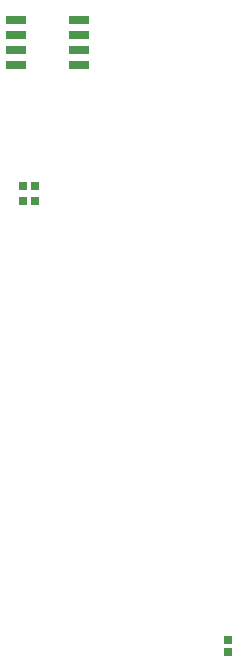
<source format=gtp>
G04*
G04 #@! TF.GenerationSoftware,Altium Limited,Altium Designer,19.0.10 (269)*
G04*
G04 Layer_Color=8421504*
%FSLAX25Y25*%
%MOIN*%
G70*
G01*
G75*
%ADD10R,0.02835X0.02835*%
%ADD11R,0.02835X0.02835*%
%ADD12R,0.07087X0.03150*%
D10*
X84520Y230776D02*
D03*
X80583D02*
D03*
X84520Y235528D02*
D03*
X80583D02*
D03*
D11*
X148823Y80441D02*
D03*
Y84378D02*
D03*
D12*
X98976Y290965D02*
D03*
Y285965D02*
D03*
Y280965D02*
D03*
Y275965D02*
D03*
X78189D02*
D03*
Y280965D02*
D03*
Y285965D02*
D03*
Y290965D02*
D03*
M02*

</source>
